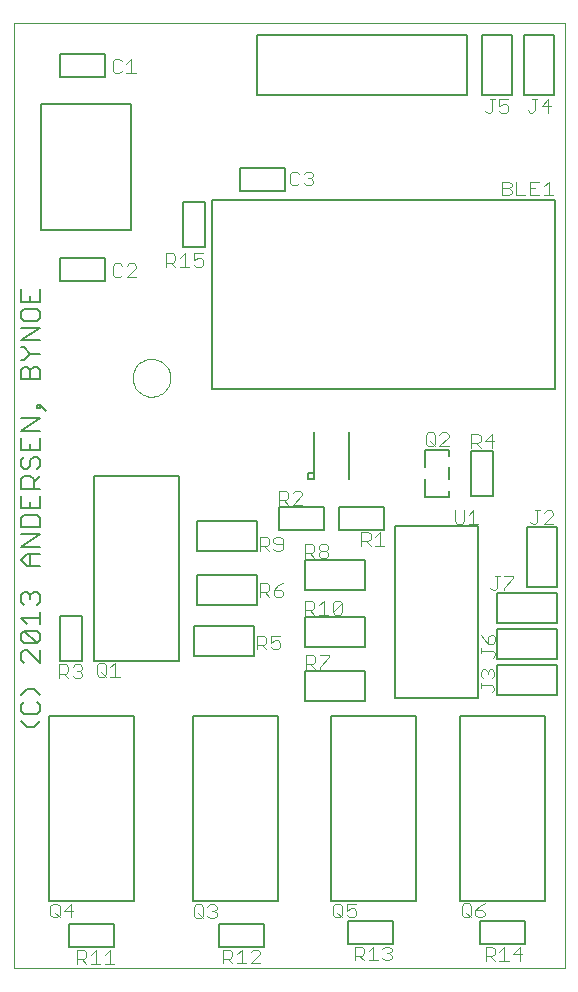
<source format=gto>
G75*
%MOIN*%
%OFA0B0*%
%FSLAX24Y24*%
%IPPOS*%
%LPD*%
%AMOC8*
5,1,8,0,0,1.08239X$1,22.5*
%
%ADD10C,0.0000*%
%ADD11C,0.0080*%
%ADD12C,0.0050*%
%ADD13C,0.0040*%
D10*
X000481Y000150D02*
X000481Y031646D01*
X018851Y031646D01*
X018851Y000150D01*
X000481Y000150D01*
X004441Y019835D02*
X004443Y019885D01*
X004449Y019935D01*
X004459Y019984D01*
X004473Y020032D01*
X004490Y020079D01*
X004511Y020124D01*
X004536Y020168D01*
X004564Y020209D01*
X004596Y020248D01*
X004630Y020285D01*
X004667Y020319D01*
X004707Y020349D01*
X004749Y020376D01*
X004793Y020400D01*
X004839Y020421D01*
X004886Y020437D01*
X004934Y020450D01*
X004984Y020459D01*
X005033Y020464D01*
X005084Y020465D01*
X005134Y020462D01*
X005183Y020455D01*
X005232Y020444D01*
X005280Y020429D01*
X005326Y020411D01*
X005371Y020389D01*
X005414Y020363D01*
X005455Y020334D01*
X005494Y020302D01*
X005530Y020267D01*
X005562Y020229D01*
X005592Y020189D01*
X005619Y020146D01*
X005642Y020102D01*
X005661Y020056D01*
X005677Y020008D01*
X005689Y019959D01*
X005697Y019910D01*
X005701Y019860D01*
X005701Y019810D01*
X005697Y019760D01*
X005689Y019711D01*
X005677Y019662D01*
X005661Y019614D01*
X005642Y019568D01*
X005619Y019524D01*
X005592Y019481D01*
X005562Y019441D01*
X005530Y019403D01*
X005494Y019368D01*
X005455Y019336D01*
X005414Y019307D01*
X005371Y019281D01*
X005326Y019259D01*
X005280Y019241D01*
X005232Y019226D01*
X005183Y019215D01*
X005134Y019208D01*
X005084Y019205D01*
X005033Y019206D01*
X004984Y019211D01*
X004934Y019220D01*
X004886Y019233D01*
X004839Y019249D01*
X004793Y019270D01*
X004749Y019294D01*
X004707Y019321D01*
X004667Y019351D01*
X004630Y019385D01*
X004596Y019422D01*
X004564Y019461D01*
X004536Y019502D01*
X004511Y019546D01*
X004490Y019591D01*
X004473Y019638D01*
X004459Y019686D01*
X004449Y019735D01*
X004443Y019785D01*
X004441Y019835D01*
D11*
X001553Y018718D02*
X001346Y018924D01*
X001346Y018821D01*
X001243Y018821D01*
X001243Y018924D01*
X001346Y018924D01*
X001346Y018487D02*
X000726Y018487D01*
X000726Y018073D02*
X001346Y018487D01*
X001346Y018073D02*
X000726Y018073D01*
X000726Y017842D02*
X000726Y017429D01*
X001346Y017429D01*
X001346Y017842D01*
X001036Y017635D02*
X001036Y017429D01*
X001139Y017198D02*
X001243Y017198D01*
X001346Y017094D01*
X001346Y016887D01*
X001243Y016784D01*
X001036Y016887D02*
X001036Y017094D01*
X001139Y017198D01*
X000829Y017198D02*
X000726Y017094D01*
X000726Y016887D01*
X000829Y016784D01*
X000933Y016784D01*
X001036Y016887D01*
X001036Y016553D02*
X000829Y016553D01*
X000726Y016450D01*
X000726Y016139D01*
X001346Y016139D01*
X001346Y015909D02*
X001346Y015495D01*
X000726Y015495D01*
X000726Y015909D01*
X001036Y015702D02*
X001036Y015495D01*
X001243Y015264D02*
X000829Y015264D01*
X000726Y015161D01*
X000726Y014850D01*
X001346Y014850D01*
X001346Y015161D01*
X001243Y015264D01*
X001139Y016139D02*
X001139Y016450D01*
X001036Y016553D01*
X001139Y016346D02*
X001346Y016553D01*
X001346Y014619D02*
X000726Y014619D01*
X000726Y014206D02*
X001346Y014619D01*
X001346Y014206D02*
X000726Y014206D01*
X000933Y013975D02*
X000726Y013768D01*
X000933Y013561D01*
X001346Y013561D01*
X001346Y013975D02*
X000933Y013975D01*
X001036Y013975D02*
X001036Y013561D01*
X001139Y012686D02*
X001243Y012686D01*
X001346Y012582D01*
X001346Y012376D01*
X001243Y012272D01*
X001346Y012041D02*
X001346Y011628D01*
X001346Y011834D02*
X000726Y011834D01*
X000933Y011628D01*
X000829Y011397D02*
X000726Y011293D01*
X000726Y011086D01*
X000829Y010983D01*
X001243Y010983D01*
X000829Y011397D01*
X001243Y011397D01*
X001346Y011293D01*
X001346Y011086D01*
X001243Y010983D01*
X001346Y010752D02*
X001346Y010338D01*
X000933Y010752D01*
X000829Y010752D01*
X000726Y010649D01*
X000726Y010442D01*
X000829Y010338D01*
X000933Y009471D02*
X000726Y009264D01*
X000829Y009033D02*
X000726Y008930D01*
X000726Y008723D01*
X000829Y008620D01*
X001243Y008620D01*
X001346Y008723D01*
X001346Y008930D01*
X001243Y009033D01*
X001346Y009264D02*
X001139Y009471D01*
X000933Y009471D01*
X000726Y008397D02*
X000933Y008190D01*
X001139Y008190D01*
X001346Y008397D01*
X000829Y012272D02*
X000726Y012376D01*
X000726Y012582D01*
X000829Y012686D01*
X000933Y012686D01*
X001036Y012582D01*
X001139Y012686D01*
X001036Y012582D02*
X001036Y012479D01*
X001036Y019792D02*
X001036Y020102D01*
X001139Y020206D01*
X001243Y020206D01*
X001346Y020102D01*
X001346Y019792D01*
X000726Y019792D01*
X000726Y020102D01*
X000829Y020206D01*
X000933Y020206D01*
X001036Y020102D01*
X000829Y020436D02*
X001036Y020643D01*
X001346Y020643D01*
X001036Y020643D02*
X000829Y020850D01*
X000726Y020850D01*
X000726Y021081D02*
X001346Y021495D01*
X000726Y021495D01*
X000829Y021726D02*
X000726Y021829D01*
X000726Y022036D01*
X000829Y022139D01*
X001243Y022139D01*
X001346Y022036D01*
X001346Y021829D01*
X001243Y021726D01*
X000829Y021726D01*
X000726Y022370D02*
X001346Y022370D01*
X001346Y022784D01*
X001036Y022577D02*
X001036Y022370D01*
X000726Y022370D02*
X000726Y022784D01*
X000726Y021081D02*
X001346Y021081D01*
X000829Y020436D02*
X000726Y020436D01*
D12*
X002031Y023075D02*
X002031Y023825D01*
X003531Y023825D01*
X003531Y023075D01*
X002031Y023075D01*
X001381Y024750D02*
X001381Y028950D01*
X004381Y028950D01*
X004381Y024750D01*
X001381Y024750D01*
X002031Y029875D02*
X002031Y030625D01*
X003531Y030625D01*
X003531Y029875D01*
X002031Y029875D01*
X006106Y025700D02*
X006106Y024200D01*
X006856Y024200D01*
X006856Y025700D01*
X006106Y025700D01*
X007103Y025759D02*
X018520Y025759D01*
X018520Y019459D01*
X007103Y019459D01*
X007103Y025759D01*
X008031Y026075D02*
X008031Y026825D01*
X009531Y026825D01*
X009531Y026075D01*
X008031Y026075D01*
X008581Y029250D02*
X015581Y029250D01*
X015581Y031250D01*
X008581Y031250D01*
X008581Y029250D01*
X010484Y018028D02*
X010484Y016650D01*
X010287Y016650D01*
X010287Y016453D01*
X010484Y016453D01*
X010484Y016650D01*
X010831Y015525D02*
X010831Y014775D01*
X009331Y014775D01*
X009331Y015525D01*
X010831Y015525D01*
X011331Y015525D02*
X011331Y014775D01*
X012831Y014775D01*
X012831Y015525D01*
X011331Y015525D01*
X011665Y016453D02*
X011665Y018028D01*
X013203Y014887D02*
X015959Y014887D01*
X015959Y009178D01*
X013203Y009178D01*
X013203Y014887D01*
X014187Y015863D02*
X014187Y016453D01*
X014187Y016847D02*
X014187Y017437D01*
X014974Y017437D01*
X014974Y017241D01*
X014974Y016847D02*
X014974Y016453D01*
X014974Y016059D02*
X014974Y015863D01*
X014187Y015863D01*
X015706Y015900D02*
X016456Y015900D01*
X016456Y017400D01*
X015706Y017400D01*
X015706Y015900D01*
X017581Y014850D02*
X017581Y012850D01*
X018581Y012850D01*
X018581Y014850D01*
X017581Y014850D01*
X016581Y012650D02*
X018581Y012650D01*
X018581Y011650D01*
X016581Y011650D01*
X016581Y012650D01*
X016581Y011450D02*
X018581Y011450D01*
X018581Y010450D01*
X016581Y010450D01*
X016581Y011450D01*
X016581Y010250D02*
X018581Y010250D01*
X018581Y009250D01*
X016581Y009250D01*
X016581Y010250D01*
X015363Y008547D02*
X018198Y008547D01*
X018198Y002405D01*
X015363Y002405D01*
X015363Y008547D01*
X013898Y008547D02*
X011063Y008547D01*
X011063Y002405D01*
X013898Y002405D01*
X013898Y008547D01*
X012181Y009050D02*
X012181Y010050D01*
X010181Y010050D01*
X010181Y009050D01*
X012181Y009050D01*
X012181Y010850D02*
X012181Y011850D01*
X010181Y011850D01*
X010181Y010850D01*
X012181Y010850D01*
X012181Y012750D02*
X012181Y013750D01*
X010181Y013750D01*
X010181Y012750D01*
X012181Y012750D01*
X009298Y008547D02*
X006463Y008547D01*
X006463Y002405D01*
X009298Y002405D01*
X009298Y008547D01*
X008481Y010550D02*
X006481Y010550D01*
X006481Y011550D01*
X008481Y011550D01*
X008481Y010550D01*
X008581Y012250D02*
X006581Y012250D01*
X006581Y013250D01*
X008581Y013250D01*
X008581Y012250D01*
X008581Y014050D02*
X006581Y014050D01*
X006581Y015050D01*
X008581Y015050D01*
X008581Y014050D01*
X005998Y016547D02*
X005998Y010405D01*
X003163Y010405D01*
X003163Y016547D01*
X005998Y016547D01*
X002756Y011900D02*
X002006Y011900D01*
X002006Y010400D01*
X002756Y010400D01*
X002756Y011900D01*
X001663Y008547D02*
X004498Y008547D01*
X004498Y002405D01*
X001663Y002405D01*
X001663Y008547D01*
X002331Y001625D02*
X002331Y000875D01*
X003831Y000875D01*
X003831Y001625D01*
X002331Y001625D01*
X007331Y001625D02*
X007331Y000875D01*
X008831Y000875D01*
X008831Y001625D01*
X007331Y001625D01*
X011631Y001725D02*
X011631Y000975D01*
X013131Y000975D01*
X013131Y001725D01*
X011631Y001725D01*
X016031Y001725D02*
X016031Y000975D01*
X017531Y000975D01*
X017531Y001725D01*
X016031Y001725D01*
X016081Y029250D02*
X016081Y031250D01*
X017081Y031250D01*
X017081Y029250D01*
X016081Y029250D01*
X017481Y029250D02*
X017481Y031250D01*
X018481Y031250D01*
X018481Y029250D01*
X017481Y029250D01*
D13*
X017613Y028747D02*
X017690Y028670D01*
X017767Y028670D01*
X017844Y028747D01*
X017844Y029130D01*
X017920Y029130D02*
X017767Y029130D01*
X018074Y028900D02*
X018381Y028900D01*
X018304Y028670D02*
X018304Y029130D01*
X018074Y028900D01*
X016967Y028894D02*
X016967Y028740D01*
X016891Y028664D01*
X016737Y028664D01*
X016660Y028740D01*
X016660Y028894D02*
X016814Y028971D01*
X016891Y028971D01*
X016967Y028894D01*
X016967Y029124D02*
X016660Y029124D01*
X016660Y028894D01*
X016507Y029124D02*
X016353Y029124D01*
X016430Y029124D02*
X016430Y028740D01*
X016353Y028664D01*
X016277Y028664D01*
X016200Y028740D01*
X016770Y026378D02*
X017000Y026378D01*
X017077Y026302D01*
X017077Y026225D01*
X017000Y026148D01*
X016770Y026148D01*
X016770Y025918D02*
X016770Y026378D01*
X016770Y025918D02*
X017000Y025918D01*
X017077Y025995D01*
X017077Y026071D01*
X017000Y026148D01*
X017230Y025918D02*
X017537Y025918D01*
X017691Y025918D02*
X017998Y025918D01*
X018151Y025918D02*
X018458Y025918D01*
X018305Y025918D02*
X018305Y026378D01*
X018151Y026225D01*
X017998Y026378D02*
X017691Y026378D01*
X017691Y025918D01*
X017691Y026148D02*
X017844Y026148D01*
X017230Y026378D02*
X017230Y025918D01*
X016424Y017971D02*
X016193Y017740D01*
X016500Y017740D01*
X016424Y017510D02*
X016424Y017971D01*
X016040Y017894D02*
X016040Y017740D01*
X015963Y017664D01*
X015733Y017664D01*
X015886Y017664D02*
X016040Y017510D01*
X016040Y017894D02*
X015963Y017971D01*
X015733Y017971D01*
X015733Y017510D01*
X014977Y017561D02*
X014670Y017561D01*
X014977Y017868D01*
X014977Y017945D01*
X014900Y018022D01*
X014746Y018022D01*
X014670Y017945D01*
X014516Y017945D02*
X014516Y017638D01*
X014440Y017561D01*
X014286Y017561D01*
X014209Y017638D01*
X014209Y017945D01*
X014286Y018022D01*
X014440Y018022D01*
X014516Y017945D01*
X014363Y017715D02*
X014516Y017561D01*
X015184Y015430D02*
X015184Y015047D01*
X015261Y014970D01*
X015414Y014970D01*
X015491Y015047D01*
X015491Y015430D01*
X015644Y015277D02*
X015798Y015430D01*
X015798Y014970D01*
X015951Y014970D02*
X015644Y014970D01*
X016522Y013229D02*
X016676Y013229D01*
X016599Y013229D02*
X016599Y012845D01*
X016522Y012768D01*
X016446Y012768D01*
X016369Y012845D01*
X016829Y012845D02*
X016829Y012768D01*
X016829Y012845D02*
X017136Y013152D01*
X017136Y013229D01*
X016829Y013229D01*
X017779Y014959D02*
X017703Y015036D01*
X017779Y014959D02*
X017856Y014959D01*
X017933Y015036D01*
X017933Y015419D01*
X017856Y015419D02*
X018010Y015419D01*
X018163Y015343D02*
X018240Y015419D01*
X018393Y015419D01*
X018470Y015343D01*
X018470Y015266D01*
X018163Y014959D01*
X018470Y014959D01*
X016454Y011278D02*
X016377Y011278D01*
X016301Y011201D01*
X016301Y010971D01*
X016454Y010971D01*
X016531Y011048D01*
X016531Y011201D01*
X016454Y011278D01*
X016147Y011124D02*
X016301Y010971D01*
X016147Y011124D02*
X016070Y011278D01*
X016070Y010818D02*
X016070Y010664D01*
X016070Y010741D02*
X016454Y010741D01*
X016531Y010664D01*
X016531Y010587D01*
X016454Y010511D01*
X016426Y010120D02*
X016349Y010120D01*
X016272Y010044D01*
X016272Y009967D01*
X016272Y010044D02*
X016196Y010120D01*
X016119Y010120D01*
X016042Y010044D01*
X016042Y009890D01*
X016119Y009814D01*
X016042Y009660D02*
X016042Y009507D01*
X016042Y009583D02*
X016426Y009583D01*
X016502Y009507D01*
X016502Y009430D01*
X016426Y009353D01*
X016426Y009814D02*
X016502Y009890D01*
X016502Y010044D01*
X016426Y010120D01*
X012837Y014229D02*
X012530Y014229D01*
X012377Y014229D02*
X012223Y014383D01*
X012300Y014383D02*
X012070Y014383D01*
X012070Y014229D02*
X012070Y014689D01*
X012300Y014689D01*
X012377Y014613D01*
X012377Y014459D01*
X012300Y014383D01*
X012530Y014536D02*
X012684Y014689D01*
X012684Y014229D01*
X011348Y012399D02*
X011424Y012323D01*
X011118Y012016D01*
X011194Y011939D01*
X011348Y011939D01*
X011424Y012016D01*
X011424Y012323D01*
X011348Y012399D02*
X011194Y012399D01*
X011118Y012323D01*
X011118Y012016D01*
X010964Y011939D02*
X010657Y011939D01*
X010504Y011939D02*
X010350Y012092D01*
X010427Y012092D02*
X010197Y012092D01*
X010197Y011939D02*
X010197Y012399D01*
X010427Y012399D01*
X010504Y012323D01*
X010504Y012169D01*
X010427Y012092D01*
X010657Y012246D02*
X010811Y012399D01*
X010811Y011939D01*
X010673Y010591D02*
X010980Y010591D01*
X010980Y010515D01*
X010673Y010208D01*
X010673Y010131D01*
X010519Y010131D02*
X010366Y010284D01*
X010443Y010284D02*
X010213Y010284D01*
X010213Y010131D02*
X010213Y010591D01*
X010443Y010591D01*
X010519Y010515D01*
X010519Y010361D01*
X010443Y010284D01*
X009355Y010857D02*
X009278Y010781D01*
X009125Y010781D01*
X009048Y010857D01*
X009048Y011011D02*
X009202Y011088D01*
X009278Y011088D01*
X009355Y011011D01*
X009355Y010857D01*
X009355Y011241D02*
X009048Y011241D01*
X009048Y011011D01*
X008895Y011011D02*
X008895Y011164D01*
X008818Y011241D01*
X008588Y011241D01*
X008588Y010781D01*
X008588Y010934D02*
X008818Y010934D01*
X008895Y011011D01*
X008741Y010934D02*
X008895Y010781D01*
X008995Y012532D02*
X008841Y012685D01*
X008918Y012685D02*
X008688Y012685D01*
X008688Y012532D02*
X008688Y012992D01*
X008918Y012992D01*
X008995Y012915D01*
X008995Y012762D01*
X008918Y012685D01*
X009148Y012762D02*
X009148Y012609D01*
X009225Y012532D01*
X009378Y012532D01*
X009455Y012609D01*
X009455Y012685D01*
X009378Y012762D01*
X009148Y012762D01*
X009302Y012915D01*
X009455Y012992D01*
X009367Y014068D02*
X009213Y014068D01*
X009136Y014145D01*
X008983Y014068D02*
X008829Y014221D01*
X008906Y014221D02*
X008676Y014221D01*
X008676Y014068D02*
X008676Y014528D01*
X008906Y014528D01*
X008983Y014452D01*
X008983Y014298D01*
X008906Y014221D01*
X009136Y014375D02*
X009213Y014298D01*
X009443Y014298D01*
X009443Y014145D02*
X009443Y014452D01*
X009367Y014528D01*
X009213Y014528D01*
X009136Y014452D01*
X009136Y014375D01*
X009443Y014145D02*
X009367Y014068D01*
X010189Y013984D02*
X010419Y013984D01*
X010496Y014061D01*
X010496Y014215D01*
X010419Y014291D01*
X010189Y014291D01*
X010189Y013831D01*
X010342Y013984D02*
X010496Y013831D01*
X010649Y013908D02*
X010649Y013984D01*
X010726Y014061D01*
X010879Y014061D01*
X010956Y013984D01*
X010956Y013908D01*
X010879Y013831D01*
X010726Y013831D01*
X010649Y013908D01*
X010726Y014061D02*
X010649Y014138D01*
X010649Y014215D01*
X010726Y014291D01*
X010879Y014291D01*
X010956Y014215D01*
X010956Y014138D01*
X010879Y014061D01*
X010097Y015611D02*
X009790Y015611D01*
X010097Y015918D01*
X010097Y015995D01*
X010020Y016071D01*
X009867Y016071D01*
X009790Y015995D01*
X009636Y015995D02*
X009636Y015841D01*
X009560Y015764D01*
X009330Y015764D01*
X009483Y015764D02*
X009636Y015611D01*
X009636Y015995D02*
X009560Y016071D01*
X009330Y016071D01*
X009330Y015611D01*
X006711Y023524D02*
X006557Y023524D01*
X006480Y023601D01*
X006480Y023755D02*
X006634Y023831D01*
X006711Y023831D01*
X006787Y023755D01*
X006787Y023601D01*
X006711Y023524D01*
X006480Y023755D02*
X006480Y023985D01*
X006787Y023985D01*
X006327Y023524D02*
X006020Y023524D01*
X005867Y023524D02*
X005713Y023678D01*
X005790Y023678D02*
X005560Y023678D01*
X005560Y023524D02*
X005560Y023985D01*
X005790Y023985D01*
X005867Y023908D01*
X005867Y023755D01*
X005790Y023678D01*
X006020Y023831D02*
X006174Y023985D01*
X006174Y023524D01*
X004552Y023493D02*
X004552Y023570D01*
X004476Y023647D01*
X004322Y023647D01*
X004245Y023570D01*
X004092Y023570D02*
X004015Y023647D01*
X003862Y023647D01*
X003785Y023570D01*
X003785Y023263D01*
X003862Y023187D01*
X004015Y023187D01*
X004092Y023263D01*
X004245Y023187D02*
X004552Y023493D01*
X004552Y023187D02*
X004245Y023187D01*
X004232Y029999D02*
X004539Y029999D01*
X004385Y029999D02*
X004385Y030460D01*
X004232Y030306D01*
X004079Y030383D02*
X004002Y030460D01*
X003848Y030460D01*
X003772Y030383D01*
X003772Y030076D01*
X003848Y029999D01*
X004002Y029999D01*
X004079Y030076D01*
X009683Y026633D02*
X009683Y026326D01*
X009759Y026250D01*
X009913Y026250D01*
X009990Y026326D01*
X010143Y026326D02*
X010220Y026250D01*
X010373Y026250D01*
X010450Y026326D01*
X010450Y026403D01*
X010373Y026480D01*
X010296Y026480D01*
X010373Y026480D02*
X010450Y026556D01*
X010450Y026633D01*
X010373Y026710D01*
X010220Y026710D01*
X010143Y026633D01*
X009990Y026633D02*
X009913Y026710D01*
X009759Y026710D01*
X009683Y026633D01*
X003856Y010334D02*
X003703Y010181D01*
X003549Y010258D02*
X003549Y009951D01*
X003473Y009874D01*
X003319Y009874D01*
X003242Y009951D01*
X003242Y010258D01*
X003319Y010334D01*
X003473Y010334D01*
X003549Y010258D01*
X003396Y010027D02*
X003549Y009874D01*
X003703Y009874D02*
X004010Y009874D01*
X003856Y009874D02*
X003856Y010334D01*
X002753Y010210D02*
X002753Y010133D01*
X002676Y010056D01*
X002753Y009979D01*
X002753Y009903D01*
X002676Y009826D01*
X002523Y009826D01*
X002446Y009903D01*
X002292Y009826D02*
X002139Y009979D01*
X002216Y009979D02*
X001985Y009979D01*
X001985Y009826D02*
X001985Y010286D01*
X002216Y010286D01*
X002292Y010210D01*
X002292Y010056D01*
X002216Y009979D01*
X002446Y010210D02*
X002523Y010286D01*
X002676Y010286D01*
X002753Y010210D01*
X002676Y010056D02*
X002599Y010056D01*
X002394Y002307D02*
X002163Y002077D01*
X002470Y002077D01*
X002394Y002307D02*
X002394Y001846D01*
X002010Y001846D02*
X001857Y002000D01*
X002010Y001923D02*
X001933Y001846D01*
X001780Y001846D01*
X001703Y001923D01*
X001703Y002230D01*
X001780Y002307D01*
X001933Y002307D01*
X002010Y002230D01*
X002010Y001923D01*
X002597Y000758D02*
X002828Y000758D01*
X002904Y000681D01*
X002904Y000528D01*
X002828Y000451D01*
X002597Y000451D01*
X002597Y000298D02*
X002597Y000758D01*
X002751Y000451D02*
X002904Y000298D01*
X003058Y000298D02*
X003365Y000298D01*
X003518Y000298D02*
X003825Y000298D01*
X003672Y000298D02*
X003672Y000758D01*
X003518Y000604D01*
X003211Y000758D02*
X003211Y000298D01*
X003058Y000604D02*
X003211Y000758D01*
X006476Y001903D02*
X006552Y001827D01*
X006706Y001827D01*
X006782Y001903D01*
X006782Y002210D01*
X006706Y002287D01*
X006552Y002287D01*
X006476Y002210D01*
X006476Y001903D01*
X006629Y001980D02*
X006782Y001827D01*
X006936Y001903D02*
X007013Y001827D01*
X007166Y001827D01*
X007243Y001903D01*
X007243Y001980D01*
X007166Y002057D01*
X007089Y002057D01*
X007166Y002057D02*
X007243Y002134D01*
X007243Y002210D01*
X007166Y002287D01*
X007013Y002287D01*
X006936Y002210D01*
X007460Y000778D02*
X007690Y000778D01*
X007767Y000701D01*
X007767Y000547D01*
X007690Y000471D01*
X007460Y000471D01*
X007613Y000471D02*
X007767Y000317D01*
X007920Y000317D02*
X008227Y000317D01*
X008074Y000317D02*
X008074Y000778D01*
X007920Y000624D01*
X008380Y000701D02*
X008457Y000778D01*
X008611Y000778D01*
X008687Y000701D01*
X008687Y000624D01*
X008380Y000317D01*
X008687Y000317D01*
X007460Y000317D02*
X007460Y000778D01*
X011115Y001923D02*
X011192Y001846D01*
X011345Y001846D01*
X011422Y001923D01*
X011422Y002230D01*
X011345Y002307D01*
X011192Y002307D01*
X011115Y002230D01*
X011115Y001923D01*
X011268Y002000D02*
X011422Y001846D01*
X011575Y001923D02*
X011652Y001846D01*
X011805Y001846D01*
X011882Y001923D01*
X011882Y002077D01*
X011805Y002153D01*
X011729Y002153D01*
X011575Y002077D01*
X011575Y002307D01*
X011882Y002307D01*
X011850Y000878D02*
X012080Y000878D01*
X012157Y000801D01*
X012157Y000647D01*
X012080Y000571D01*
X011850Y000571D01*
X012004Y000571D02*
X012157Y000417D01*
X012311Y000417D02*
X012618Y000417D01*
X012464Y000417D02*
X012464Y000878D01*
X012311Y000724D01*
X011850Y000878D02*
X011850Y000417D01*
X012771Y000494D02*
X012848Y000417D01*
X013001Y000417D01*
X013078Y000494D01*
X013078Y000571D01*
X013001Y000647D01*
X012924Y000647D01*
X013001Y000647D02*
X013078Y000724D01*
X013078Y000801D01*
X013001Y000878D01*
X012848Y000878D01*
X012771Y000801D01*
X015411Y001935D02*
X015488Y001858D01*
X015641Y001858D01*
X015718Y001935D01*
X015718Y002242D01*
X015641Y002319D01*
X015488Y002319D01*
X015411Y002242D01*
X015411Y001935D01*
X015564Y002012D02*
X015718Y001858D01*
X015871Y001935D02*
X015948Y001858D01*
X016102Y001858D01*
X016178Y001935D01*
X016178Y002012D01*
X016102Y002088D01*
X015871Y002088D01*
X015871Y001935D01*
X015871Y002088D02*
X016025Y002242D01*
X016178Y002319D01*
X016207Y000858D02*
X016437Y000858D01*
X016514Y000781D01*
X016514Y000628D01*
X016437Y000551D01*
X016207Y000551D01*
X016360Y000551D02*
X016514Y000398D01*
X016667Y000398D02*
X016974Y000398D01*
X016821Y000398D02*
X016821Y000858D01*
X016667Y000704D01*
X017128Y000628D02*
X017435Y000628D01*
X017358Y000398D02*
X017358Y000858D01*
X017128Y000628D01*
X016207Y000398D02*
X016207Y000858D01*
M02*

</source>
